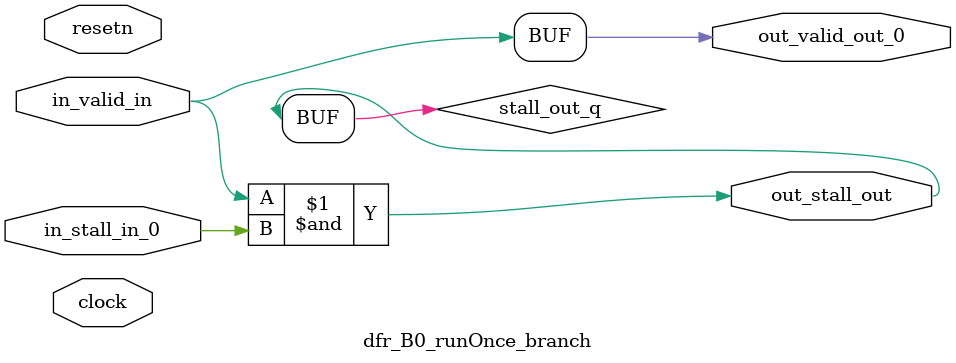
<source format=sv>



(* altera_attribute = "-name AUTO_SHIFT_REGISTER_RECOGNITION OFF; -name MESSAGE_DISABLE 10036; -name MESSAGE_DISABLE 10037; -name MESSAGE_DISABLE 14130; -name MESSAGE_DISABLE 14320; -name MESSAGE_DISABLE 15400; -name MESSAGE_DISABLE 14130; -name MESSAGE_DISABLE 10036; -name MESSAGE_DISABLE 12020; -name MESSAGE_DISABLE 12030; -name MESSAGE_DISABLE 12010; -name MESSAGE_DISABLE 12110; -name MESSAGE_DISABLE 14320; -name MESSAGE_DISABLE 13410; -name MESSAGE_DISABLE 113007; -name MESSAGE_DISABLE 10958" *)
module dfr_B0_runOnce_branch (
    input wire [0:0] in_stall_in_0,
    input wire [0:0] in_valid_in,
    output wire [0:0] out_stall_out,
    output wire [0:0] out_valid_out_0,
    input wire clock,
    input wire resetn
    );

    wire [0:0] stall_out_q;


    // stall_out(LOGICAL,6)
    assign stall_out_q = in_valid_in & in_stall_in_0;

    // out_stall_out(GPOUT,4)
    assign out_stall_out = stall_out_q;

    // out_valid_out_0(GPOUT,5)
    assign out_valid_out_0 = in_valid_in;

endmodule

</source>
